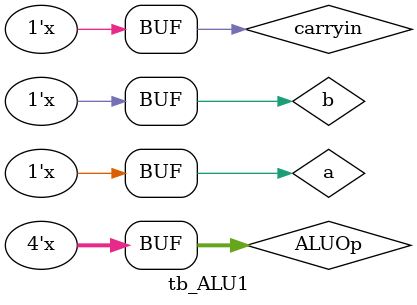
<source format=v>
module tb_ALU1
(
);

reg a,b,carryin;
reg [3:0]ALUOp;
wire result, carryout;

ALU_1_bit alu1
(
  .a(a),
  .b(b),
  .carryin(carryin),
  .ALUOp(ALUOp),
  .result(result),
  .carryout(carryout)
);

initial
begin
a = 1'b0;
b = 1'b0;
carryin = 1'b0;
ALUOp = 4'h0;
end

always
#5 a = ~a;
always
#10 b = ~b;
always
#20 carryin = ~carryin;

always
#40 ALUOp = (ALUOp + {1'b1});

endmodule
</source>
